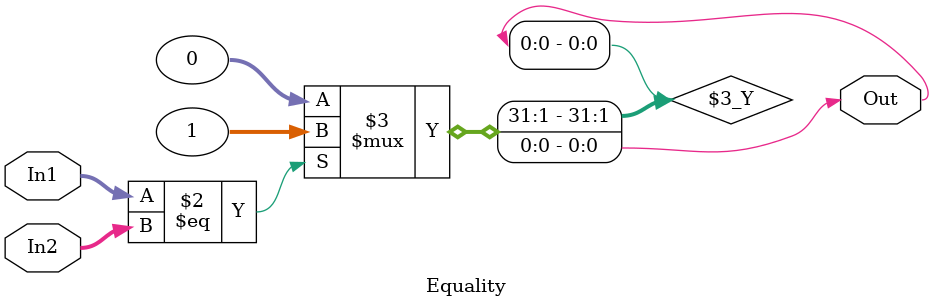
<source format=v>
module Equality (
    input       [31:0]  In1,In2,
    output  reg         Out
);
always @(*)
begin
    Out = (In1==In2)?1:0;
end

endmodule
</source>
